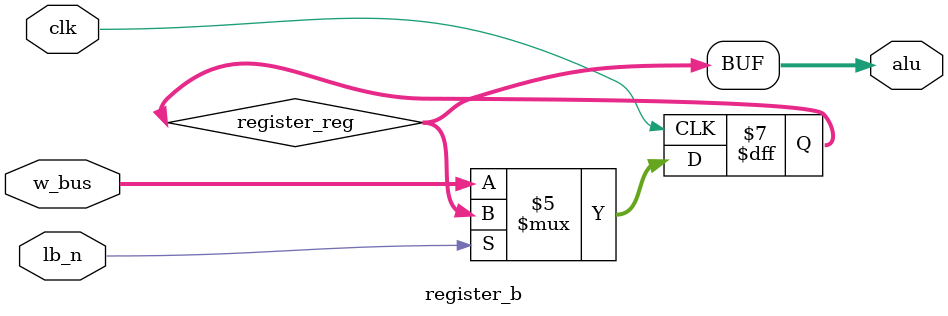
<source format=v>
`timescale 1ns / 1ps

module register_b(
input	wire				clk,
input	wire				lb_n,


input	wire	[7:0]		w_bus,

output wire	[7:0]		alu
    );

reg		[7:0]		register_reg=8'b0000_0000;
always @(posedge clk)
begin
	if(lb_n==1'b0)
		begin
			register_reg<=w_bus;
		end
	else
		begin
			//register_reg<=8'b0000_0000;
			register_reg<=register_reg;
		end
		
		
end


assign   alu     = register_reg;
endmodule

</source>
